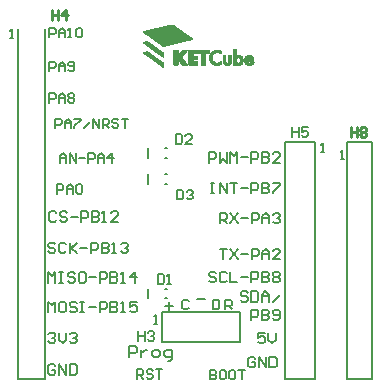
<source format=gto>
G04*
G04 #@! TF.GenerationSoftware,Altium Limited,Altium Designer,20.2.6 (244)*
G04*
G04 Layer_Color=65535*
%FSLAX25Y25*%
%MOIN*%
G70*
G04*
G04 #@! TF.SameCoordinates,A3B400B8-C857-4583-85C6-9FA4B9C7ABCD*
G04*
G04*
G04 #@! TF.FilePolarity,Positive*
G04*
G01*
G75*
%ADD10C,0.00787*%
%ADD11C,0.00591*%
%ADD12C,0.00800*%
%ADD13C,0.00100*%
%ADD14C,0.00709*%
%ADD15C,0.01000*%
D10*
X47371Y74919D02*
Y78068D01*
X52981Y78068D02*
X53768D01*
X52981Y74919D02*
X53768D01*
X47371Y66319D02*
Y69468D01*
X52981Y69468D02*
X53768D01*
X52981Y66319D02*
X53768D01*
X52981Y28051D02*
X53768D01*
X52981Y31201D02*
X53768D01*
X47371Y28051D02*
Y31201D01*
X80649Y29880D02*
X80058Y30470D01*
X78878D01*
X78287Y29880D01*
Y29289D01*
X78878Y28699D01*
X80058D01*
X80649Y28109D01*
Y27518D01*
X80058Y26928D01*
X78878D01*
X78287Y27518D01*
X81830Y30470D02*
Y26928D01*
X83601D01*
X84191Y27518D01*
Y29880D01*
X83601Y30470D01*
X81830D01*
X85372Y26928D02*
Y29289D01*
X86552Y30470D01*
X87733Y29289D01*
Y26928D01*
Y28699D01*
X85372D01*
X88914Y26928D02*
X91275Y29289D01*
X81830Y20787D02*
Y24330D01*
X83601D01*
X84191Y23739D01*
Y22558D01*
X83601Y21968D01*
X81830D01*
X85372Y24330D02*
Y20787D01*
X87143D01*
X87733Y21378D01*
Y21968D01*
X87143Y22558D01*
X85372D01*
X87143D01*
X87733Y23149D01*
Y23739D01*
X87143Y24330D01*
X85372D01*
X88914Y21378D02*
X89504Y20787D01*
X90685D01*
X91275Y21378D01*
Y23739D01*
X90685Y24330D01*
X89504D01*
X88914Y23739D01*
Y23149D01*
X89504Y22558D01*
X91275D01*
X16535Y84842D02*
Y87991D01*
X18110D01*
X18634Y87466D01*
Y86417D01*
X18110Y85892D01*
X16535D01*
X19684Y84842D02*
Y86942D01*
X20733Y87991D01*
X21783Y86942D01*
Y84842D01*
Y86417D01*
X19684D01*
X22833Y87991D02*
X24932D01*
Y87466D01*
X22833Y85367D01*
Y84842D01*
X25981D02*
X28080Y86942D01*
X29130Y84842D02*
Y87991D01*
X31229Y84842D01*
Y87991D01*
X32278Y84842D02*
Y87991D01*
X33853D01*
X34377Y87466D01*
Y86417D01*
X33853Y85892D01*
X32278D01*
X33328D02*
X34377Y84842D01*
X37526Y87466D02*
X37001Y87991D01*
X35952D01*
X35427Y87466D01*
Y86942D01*
X35952Y86417D01*
X37001D01*
X37526Y85892D01*
Y85367D01*
X37001Y84842D01*
X35952D01*
X35427Y85367D01*
X38576Y87991D02*
X40675D01*
X39625D01*
Y84842D01*
X49500Y19426D02*
X50550D01*
X50025D01*
Y22575D01*
X49500Y22050D01*
X73230Y24409D02*
Y27558D01*
X74804D01*
X75329Y27033D01*
Y25984D01*
X74804Y25459D01*
X73230D01*
X74280D02*
X75329Y24409D01*
X69000Y27558D02*
Y24409D01*
X70574D01*
X71099Y24934D01*
Y27033D01*
X70574Y27558D01*
X69000D01*
X60957Y27033D02*
X60433Y27558D01*
X59383D01*
X58858Y27033D01*
Y24934D01*
X59383Y24409D01*
X60433D01*
X60957Y24934D01*
X63779Y27952D02*
X66403D01*
X52981Y25368D02*
X55605D01*
X54293Y26680D02*
Y24056D01*
X41008Y8364D02*
Y12300D01*
X42976D01*
X43632Y11644D01*
Y10332D01*
X42976Y9676D01*
X41008D01*
X44944Y10988D02*
Y8364D01*
Y9676D01*
X45600Y10332D01*
X46255Y10988D01*
X46911D01*
X49535Y8364D02*
X50847D01*
X51503Y9020D01*
Y10332D01*
X50847Y10988D01*
X49535D01*
X48879Y10332D01*
Y9020D01*
X49535Y8364D01*
X54127Y7052D02*
X54783D01*
X55439Y7708D01*
Y10988D01*
X53471D01*
X52815Y10332D01*
Y9020D01*
X53471Y8364D01*
X55439D01*
X70061Y36352D02*
X69471Y36942D01*
X68290D01*
X67700Y36352D01*
Y35761D01*
X68290Y35171D01*
X69471D01*
X70061Y34581D01*
Y33990D01*
X69471Y33400D01*
X68290D01*
X67700Y33990D01*
X73604Y36352D02*
X73013Y36942D01*
X71833D01*
X71242Y36352D01*
Y33990D01*
X71833Y33400D01*
X73013D01*
X73604Y33990D01*
X74784Y36942D02*
Y33400D01*
X77146D01*
X78326Y35171D02*
X80688D01*
X81869Y33400D02*
Y36942D01*
X83640D01*
X84230Y36352D01*
Y35171D01*
X83640Y34581D01*
X81869D01*
X85411Y36942D02*
Y33400D01*
X87182D01*
X87772Y33990D01*
Y34581D01*
X87182Y35171D01*
X85411D01*
X87182D01*
X87772Y35761D01*
Y36352D01*
X87182Y36942D01*
X85411D01*
X88953Y36352D02*
X89543Y36942D01*
X90724D01*
X91314Y36352D01*
Y35761D01*
X90724Y35171D01*
X91314Y34581D01*
Y33990D01*
X90724Y33400D01*
X89543D01*
X88953Y33990D01*
Y34581D01*
X89543Y35171D01*
X88953Y35761D01*
Y36352D01*
X89543Y35171D02*
X90724D01*
X18110Y73300D02*
Y75399D01*
X19160Y76449D01*
X20209Y75399D01*
Y73300D01*
Y74874D01*
X18110D01*
X21259Y73300D02*
Y76449D01*
X23358Y73300D01*
Y76449D01*
X24407Y74874D02*
X26507D01*
X27556Y73300D02*
Y76449D01*
X29130D01*
X29655Y75924D01*
Y74874D01*
X29130Y74349D01*
X27556D01*
X30705Y73300D02*
Y75399D01*
X31754Y76449D01*
X32804Y75399D01*
Y73300D01*
Y74874D01*
X30705D01*
X35427Y73300D02*
Y76449D01*
X33853Y74874D01*
X35952D01*
X17126Y62992D02*
Y66141D01*
X18700D01*
X19225Y65616D01*
Y64566D01*
X18700Y64042D01*
X17126D01*
X20275Y62992D02*
Y65091D01*
X21324Y66141D01*
X22374Y65091D01*
Y62992D01*
Y64566D01*
X20275D01*
X23423Y65616D02*
X23948Y66141D01*
X24997D01*
X25522Y65616D01*
Y63517D01*
X24997Y62992D01*
X23948D01*
X23423Y63517D01*
Y65616D01*
X14500Y93307D02*
Y96456D01*
X16074D01*
X16599Y95931D01*
Y94881D01*
X16074Y94357D01*
X14500D01*
X17649Y93307D02*
Y95406D01*
X18698Y96456D01*
X19748Y95406D01*
Y93307D01*
Y94881D01*
X17649D01*
X20797Y95931D02*
X21322Y96456D01*
X22372D01*
X22896Y95931D01*
Y95406D01*
X22372Y94881D01*
X22896Y94357D01*
Y93832D01*
X22372Y93307D01*
X21322D01*
X20797Y93832D01*
Y94357D01*
X21322Y94881D01*
X20797Y95406D01*
Y95931D01*
X21322Y94881D02*
X22372D01*
X14500Y103800D02*
Y106949D01*
X16074D01*
X16599Y106424D01*
Y105374D01*
X16074Y104850D01*
X14500D01*
X17649Y103800D02*
Y105899D01*
X18698Y106949D01*
X19748Y105899D01*
Y103800D01*
Y105374D01*
X17649D01*
X20797Y104325D02*
X21322Y103800D01*
X22372D01*
X22896Y104325D01*
Y106424D01*
X22372Y106949D01*
X21322D01*
X20797Y106424D01*
Y105899D01*
X21322Y105374D01*
X22896D01*
X14500Y115000D02*
Y118149D01*
X16074D01*
X16599Y117624D01*
Y116575D01*
X16074Y116050D01*
X14500D01*
X17649Y115000D02*
Y117099D01*
X18698Y118149D01*
X19748Y117099D01*
Y115000D01*
Y116575D01*
X17649D01*
X20797Y115000D02*
X21847D01*
X21322D01*
Y118149D01*
X20797Y117624D01*
X23421D02*
X23946Y118149D01*
X24995D01*
X25520Y117624D01*
Y115525D01*
X24995Y115000D01*
X23946D01*
X23421Y115525D01*
Y117624D01*
X16861Y56452D02*
X16271Y57042D01*
X15090D01*
X14500Y56452D01*
Y54090D01*
X15090Y53500D01*
X16271D01*
X16861Y54090D01*
X20404Y56452D02*
X19813Y57042D01*
X18632D01*
X18042Y56452D01*
Y55861D01*
X18632Y55271D01*
X19813D01*
X20404Y54681D01*
Y54090D01*
X19813Y53500D01*
X18632D01*
X18042Y54090D01*
X21584Y55271D02*
X23946D01*
X25126Y53500D02*
Y57042D01*
X26898D01*
X27488Y56452D01*
Y55271D01*
X26898Y54681D01*
X25126D01*
X28669Y57042D02*
Y53500D01*
X30440D01*
X31030Y54090D01*
Y54681D01*
X30440Y55271D01*
X28669D01*
X30440D01*
X31030Y55861D01*
Y56452D01*
X30440Y57042D01*
X28669D01*
X32211Y53500D02*
X33391D01*
X32801D01*
Y57042D01*
X32211Y56452D01*
X37524Y53500D02*
X35163D01*
X37524Y55861D01*
Y56452D01*
X36934Y57042D01*
X35753D01*
X35163Y56452D01*
X16561Y46052D02*
X15971Y46642D01*
X14790D01*
X14200Y46052D01*
Y45461D01*
X14790Y44871D01*
X15971D01*
X16561Y44281D01*
Y43690D01*
X15971Y43100D01*
X14790D01*
X14200Y43690D01*
X20104Y46052D02*
X19513Y46642D01*
X18332D01*
X17742Y46052D01*
Y43690D01*
X18332Y43100D01*
X19513D01*
X20104Y43690D01*
X21284Y46642D02*
Y43100D01*
Y44281D01*
X23646Y46642D01*
X21875Y44871D01*
X23646Y43100D01*
X24826Y44871D02*
X27188D01*
X28369Y43100D02*
Y46642D01*
X30140D01*
X30730Y46052D01*
Y44871D01*
X30140Y44281D01*
X28369D01*
X31911Y46642D02*
Y43100D01*
X33682D01*
X34272Y43690D01*
Y44281D01*
X33682Y44871D01*
X31911D01*
X33682D01*
X34272Y45461D01*
Y46052D01*
X33682Y46642D01*
X31911D01*
X35453Y43100D02*
X36634D01*
X36043D01*
Y46642D01*
X35453Y46052D01*
X38405D02*
X38995Y46642D01*
X40176D01*
X40766Y46052D01*
Y45461D01*
X40176Y44871D01*
X39586D01*
X40176D01*
X40766Y44281D01*
Y43690D01*
X40176Y43100D01*
X38995D01*
X38405Y43690D01*
X14200Y23400D02*
Y26942D01*
X15381Y25761D01*
X16561Y26942D01*
Y23400D01*
X19513Y26942D02*
X18332D01*
X17742Y26352D01*
Y23990D01*
X18332Y23400D01*
X19513D01*
X20104Y23990D01*
Y26352D01*
X19513Y26942D01*
X23646Y26352D02*
X23055Y26942D01*
X21875D01*
X21284Y26352D01*
Y25761D01*
X21875Y25171D01*
X23055D01*
X23646Y24581D01*
Y23990D01*
X23055Y23400D01*
X21875D01*
X21284Y23990D01*
X24826Y26942D02*
X26007D01*
X25417D01*
Y23400D01*
X24826D01*
X26007D01*
X27778Y25171D02*
X30140D01*
X31320Y23400D02*
Y26942D01*
X33092D01*
X33682Y26352D01*
Y25171D01*
X33092Y24581D01*
X31320D01*
X34863Y26942D02*
Y23400D01*
X36634D01*
X37224Y23990D01*
Y24581D01*
X36634Y25171D01*
X34863D01*
X36634D01*
X37224Y25761D01*
Y26352D01*
X36634Y26942D01*
X34863D01*
X38405Y23400D02*
X39586D01*
X38995D01*
Y26942D01*
X38405Y26352D01*
X43718Y26942D02*
X41357D01*
Y25171D01*
X42537Y25761D01*
X43128D01*
X43718Y25171D01*
Y23990D01*
X43128Y23400D01*
X41947D01*
X41357Y23990D01*
X14200Y33300D02*
Y36842D01*
X15381Y35661D01*
X16561Y36842D01*
Y33300D01*
X17742Y36842D02*
X18923D01*
X18332D01*
Y33300D01*
X17742D01*
X18923D01*
X23055Y36252D02*
X22465Y36842D01*
X21284D01*
X20694Y36252D01*
Y35661D01*
X21284Y35071D01*
X22465D01*
X23055Y34481D01*
Y33890D01*
X22465Y33300D01*
X21284D01*
X20694Y33890D01*
X26007Y36842D02*
X24826D01*
X24236Y36252D01*
Y33890D01*
X24826Y33300D01*
X26007D01*
X26598Y33890D01*
Y36252D01*
X26007Y36842D01*
X27778Y35071D02*
X30140D01*
X31320Y33300D02*
Y36842D01*
X33092D01*
X33682Y36252D01*
Y35071D01*
X33092Y34481D01*
X31320D01*
X34863Y36842D02*
Y33300D01*
X36634D01*
X37224Y33890D01*
Y34481D01*
X36634Y35071D01*
X34863D01*
X36634D01*
X37224Y35661D01*
Y36252D01*
X36634Y36842D01*
X34863D01*
X38405Y33300D02*
X39586D01*
X38995D01*
Y36842D01*
X38405Y36252D01*
X43128Y33300D02*
Y36842D01*
X41357Y35071D01*
X43718D01*
X68290Y66543D02*
X69471D01*
X68881D01*
Y63001D01*
X68290D01*
X69471D01*
X71242D02*
Y66543D01*
X73604Y63001D01*
Y66543D01*
X74784D02*
X77146D01*
X75965D01*
Y63001D01*
X78326Y64772D02*
X80688D01*
X81869Y63001D02*
Y66543D01*
X83640D01*
X84230Y65953D01*
Y64772D01*
X83640Y64182D01*
X81869D01*
X85411Y66543D02*
Y63001D01*
X87182D01*
X87772Y63591D01*
Y64182D01*
X87182Y64772D01*
X85411D01*
X87182D01*
X87772Y65362D01*
Y65953D01*
X87182Y66543D01*
X85411D01*
X88953D02*
X91314D01*
Y65953D01*
X88953Y63591D01*
Y63001D01*
X67700Y73300D02*
Y76842D01*
X69471D01*
X70061Y76252D01*
Y75071D01*
X69471Y74481D01*
X67700D01*
X71242Y76842D02*
Y73300D01*
X72423Y74481D01*
X73604Y73300D01*
Y76842D01*
X74784Y73300D02*
Y76842D01*
X75965Y75661D01*
X77146Y76842D01*
Y73300D01*
X78326Y75071D02*
X80688D01*
X81869Y73300D02*
Y76842D01*
X83640D01*
X84230Y76252D01*
Y75071D01*
X83640Y74481D01*
X81869D01*
X85411Y76842D02*
Y73300D01*
X87182D01*
X87772Y73890D01*
Y74481D01*
X87182Y75071D01*
X85411D01*
X87182D01*
X87772Y75661D01*
Y76252D01*
X87182Y76842D01*
X85411D01*
X91314Y73300D02*
X88953D01*
X91314Y75661D01*
Y76252D01*
X90724Y76842D01*
X89543D01*
X88953Y76252D01*
X71342Y53000D02*
Y56542D01*
X73113D01*
X73704Y55952D01*
Y54771D01*
X73113Y54181D01*
X71342D01*
X72523D02*
X73704Y53000D01*
X74884Y56542D02*
X77246Y53000D01*
Y56542D02*
X74884Y53000D01*
X78426Y54771D02*
X80788D01*
X81969Y53000D02*
Y56542D01*
X83740D01*
X84330Y55952D01*
Y54771D01*
X83740Y54181D01*
X81969D01*
X85511Y53000D02*
Y55361D01*
X86691Y56542D01*
X87872Y55361D01*
Y53000D01*
Y54771D01*
X85511D01*
X89053Y55952D02*
X89643Y56542D01*
X90824D01*
X91414Y55952D01*
Y55361D01*
X90824Y54771D01*
X90234D01*
X90824D01*
X91414Y54181D01*
Y53590D01*
X90824Y53000D01*
X89643D01*
X89053Y53590D01*
X71342Y44585D02*
X73704D01*
X72523D01*
Y41043D01*
X74884Y44585D02*
X77246Y41043D01*
Y44585D02*
X74884Y41043D01*
X78426Y42814D02*
X80788D01*
X81969Y41043D02*
Y44585D01*
X83740D01*
X84330Y43995D01*
Y42814D01*
X83740Y42224D01*
X81969D01*
X85511Y41043D02*
Y43405D01*
X86691Y44585D01*
X87872Y43405D01*
Y41043D01*
Y42814D01*
X85511D01*
X91414Y41043D02*
X89053D01*
X91414Y43405D01*
Y43995D01*
X90824Y44585D01*
X89643D01*
X89053Y43995D01*
X83167Y7952D02*
X82576Y8542D01*
X81396D01*
X80805Y7952D01*
Y5590D01*
X81396Y5000D01*
X82576D01*
X83167Y5590D01*
Y6771D01*
X81986D01*
X84347Y5000D02*
Y8542D01*
X86709Y5000D01*
Y8542D01*
X87889D02*
Y5000D01*
X89661D01*
X90251Y5590D01*
Y7952D01*
X89661Y8542D01*
X87889D01*
X14200Y16052D02*
X14790Y16642D01*
X15971D01*
X16561Y16052D01*
Y15461D01*
X15971Y14871D01*
X15381D01*
X15971D01*
X16561Y14281D01*
Y13690D01*
X15971Y13100D01*
X14790D01*
X14200Y13690D01*
X17742Y16642D02*
Y14281D01*
X18923Y13100D01*
X20104Y14281D01*
Y16642D01*
X21284Y16052D02*
X21875Y16642D01*
X23055D01*
X23646Y16052D01*
Y15461D01*
X23055Y14871D01*
X22465D01*
X23055D01*
X23646Y14281D01*
Y13690D01*
X23055Y13100D01*
X21875D01*
X21284Y13690D01*
X16561Y5452D02*
X15971Y6042D01*
X14790D01*
X14200Y5452D01*
Y3090D01*
X14790Y2500D01*
X15971D01*
X16561Y3090D01*
Y4271D01*
X15381D01*
X17742Y2500D02*
Y6042D01*
X20104Y2500D01*
Y6042D01*
X21284D02*
Y2500D01*
X23055D01*
X23646Y3090D01*
Y5452D01*
X23055Y6042D01*
X21284D01*
X86361Y16542D02*
X84000D01*
Y14771D01*
X85181Y15361D01*
X85771D01*
X86361Y14771D01*
Y13590D01*
X85771Y13000D01*
X84590D01*
X84000Y13590D01*
X87542Y16542D02*
Y14181D01*
X88723Y13000D01*
X89904Y14181D01*
Y16542D01*
X95500Y85038D02*
Y81890D01*
Y83464D01*
X97599D01*
Y85038D01*
Y81890D01*
X100748Y85038D02*
X98649D01*
Y83464D01*
X99698Y83989D01*
X100223D01*
X100748Y83464D01*
Y82415D01*
X100223Y81890D01*
X99173D01*
X98649Y82415D01*
X44221Y17067D02*
Y13918D01*
Y15493D01*
X46320D01*
Y17067D01*
Y13918D01*
X47370Y16542D02*
X47894Y17067D01*
X48944D01*
X49469Y16542D01*
Y16017D01*
X48944Y15493D01*
X48419D01*
X48944D01*
X49469Y14968D01*
Y14443D01*
X48944Y13918D01*
X47894D01*
X47370Y14443D01*
X57087Y64172D02*
Y61024D01*
X58661D01*
X59186Y61548D01*
Y63648D01*
X58661Y64172D01*
X57087D01*
X60235Y63648D02*
X60760Y64172D01*
X61809D01*
X62334Y63648D01*
Y63123D01*
X61809Y62598D01*
X61285D01*
X61809D01*
X62334Y62073D01*
Y61548D01*
X61809Y61024D01*
X60760D01*
X60235Y61548D01*
X56693Y82676D02*
Y79528D01*
X58267D01*
X58792Y80052D01*
Y82151D01*
X58267Y82676D01*
X56693D01*
X61941Y79528D02*
X59842D01*
X61941Y81627D01*
Y82151D01*
X61416Y82676D01*
X60366D01*
X59842Y82151D01*
X50725Y36075D02*
Y32926D01*
X52299D01*
X52824Y33451D01*
Y35550D01*
X52299Y36075D01*
X50725D01*
X53874Y32926D02*
X54923D01*
X54398D01*
Y36075D01*
X53874Y35550D01*
D11*
X51900Y13543D02*
Y23400D01*
Y13543D02*
X78000D01*
X51900Y23400D02*
X78000D01*
Y13543D02*
Y23400D01*
D12*
X102992Y1000D02*
Y80000D01*
X92992Y80000D02*
X102992Y80000D01*
X92992Y1000D02*
X102992D01*
X92992D02*
Y80000D01*
X12992Y1000D02*
Y117700D01*
X3937Y1000D02*
Y117700D01*
Y1000D02*
X12992D01*
X113779D02*
X121966D01*
X113779D02*
Y80000D01*
X121966Y1000D02*
Y80000D01*
X113779Y80000D02*
X121966Y80000D01*
X105100Y76772D02*
X106100D01*
X105600D01*
Y79771D01*
X105100Y79271D01*
X1500Y114700D02*
X2500D01*
X2000D01*
Y117699D01*
X1500Y117199D01*
X111723Y74382D02*
X112723D01*
X112223D01*
Y77381D01*
X111723Y76881D01*
D13*
X54767Y119300D02*
X55567D01*
X54467Y119200D02*
X55667D01*
X54167Y119100D02*
X55767D01*
X53567Y119000D02*
X55967D01*
X53267Y118900D02*
X56067D01*
X52667Y118800D02*
X56267D01*
X52267Y118700D02*
X56367D01*
X52067Y118600D02*
X56467D01*
X51467Y118500D02*
X56667D01*
X51067Y118400D02*
X56767D01*
X50567Y118300D02*
X56967D01*
X50167Y118200D02*
X57067D01*
X49867Y118100D02*
X57267D01*
X49367Y118000D02*
X57367D01*
X48967Y117900D02*
X57567D01*
X48667Y117800D02*
X57567D01*
X48067Y117700D02*
X57767D01*
X47767Y117600D02*
X57967D01*
X47267Y117500D02*
X58067D01*
X46867Y117400D02*
X58267D01*
X46567Y117300D02*
X58367D01*
X45967Y117200D02*
X58567D01*
X45667Y117100D02*
X58567D01*
X45667Y117000D02*
X58767D01*
X45667Y116900D02*
X58867D01*
X45767Y116800D02*
X59067D01*
X45967Y116700D02*
X59167D01*
X46167Y116600D02*
X59367D01*
X46267Y116500D02*
X59467D01*
X46367Y116400D02*
X59667D01*
X46467Y116300D02*
X59767D01*
X46667Y116200D02*
X59867D01*
X46767Y116100D02*
X60067D01*
X46967Y116000D02*
X60167D01*
X47067Y115900D02*
X60367D01*
X47267Y115800D02*
X60467D01*
X47367Y115700D02*
X60567D01*
X47567Y115600D02*
X60767D01*
X47667Y115500D02*
X60867D01*
X47767Y115400D02*
X60967D01*
X47967Y115300D02*
X61167D01*
X48067Y115200D02*
X61267D01*
X48267Y115100D02*
X61467D01*
X48367Y115000D02*
X61567D01*
X48467Y114900D02*
X61667D01*
X48667Y114800D02*
X61867D01*
X48767Y114700D02*
X61967D01*
X48967Y114600D02*
X62067D01*
X49067Y114500D02*
X62067D01*
X49167Y114400D02*
X61867D01*
X49367Y114300D02*
X61367D01*
X49467Y114200D02*
X60967D01*
X49567Y114100D02*
X60567D01*
X49767Y114000D02*
X60167D01*
X49867Y113900D02*
X59767D01*
X46767Y113800D02*
X46967D01*
X50067D02*
X59267D01*
X46467Y113700D02*
X47167D01*
X50167D02*
X58867D01*
X46167Y113600D02*
X47267D01*
X50267D02*
X58467D01*
X45667Y113500D02*
X47467D01*
X50467D02*
X58067D01*
X45667Y113400D02*
X47567D01*
X50567D02*
X57667D01*
X45667Y113300D02*
X47667D01*
X50767D02*
X57167D01*
X45867Y113200D02*
X47767D01*
X50867D02*
X56767D01*
X45967Y113100D02*
X47967D01*
X50967D02*
X56367D01*
X46167Y113000D02*
X48167D01*
X51167D02*
X55967D01*
X46267Y112900D02*
X48267D01*
X51267D02*
X55567D01*
X46367Y112800D02*
X48367D01*
X51367D02*
X55167D01*
X46567Y112700D02*
X48567D01*
X51567D02*
X54667D01*
X46667Y112600D02*
X48667D01*
X51667D02*
X54267D01*
X46867Y112500D02*
X48767D01*
X51867D02*
X53867D01*
X46967Y112400D02*
X48967D01*
X51967D02*
X53467D01*
X47067Y112300D02*
X49067D01*
X52067D02*
X53067D01*
X47267Y112200D02*
X49267D01*
X52267D02*
X52567D01*
X47367Y112100D02*
X49367D01*
X47467Y112000D02*
X49467D01*
X47667Y111900D02*
X49667D01*
X47767Y111800D02*
X49767D01*
X47967Y111700D02*
X49967D01*
X48067Y111600D02*
X50067D01*
X48167Y111500D02*
X50167D01*
X48367Y111400D02*
X50367D01*
X48467Y111300D02*
X50467D01*
X48567Y111200D02*
X50567D01*
X75767D02*
X76567D01*
X48767Y111100D02*
X50767D01*
X75767D02*
X76567D01*
X48867Y111000D02*
X50867D01*
X75767D02*
X76567D01*
X49067Y110900D02*
X51067D01*
X69767D02*
X70867D01*
X75767D02*
X76567D01*
X49167Y110800D02*
X51167D01*
X55867D02*
X57267D01*
X58567D02*
X60267D01*
X60867D02*
X63767D01*
X64067D02*
X67567D01*
X69467D02*
X71167D01*
X75767D02*
X76567D01*
X49267Y110700D02*
X51267D01*
X55867D02*
X57267D01*
X58567D02*
X60267D01*
X60867D02*
X63767D01*
X64067D02*
X67567D01*
X69267D02*
X71367D01*
X75767D02*
X76567D01*
X49467Y110600D02*
X51467D01*
X55867D02*
X57267D01*
X58467D02*
X60167D01*
X60867D02*
X63767D01*
X64067D02*
X67567D01*
X68967D02*
X71667D01*
X75767D02*
X76567D01*
X49567Y110500D02*
X51567D01*
X55867D02*
X57267D01*
X58367D02*
X60167D01*
X60867D02*
X63767D01*
X64067D02*
X67567D01*
X68867D02*
X71667D01*
X75767D02*
X76567D01*
X46767Y110400D02*
X46967D01*
X49767D02*
X51767D01*
X55867D02*
X57267D01*
X58367D02*
X60067D01*
X60867D02*
X63767D01*
X64067D02*
X67567D01*
X68767D02*
X71667D01*
X75767D02*
X76567D01*
X46267Y110300D02*
X47267D01*
X49867D02*
X51967D01*
X55867D02*
X57267D01*
X58167D02*
X59967D01*
X60867D02*
X63767D01*
X64067D02*
X67567D01*
X68667D02*
X71667D01*
X75767D02*
X76567D01*
X45967Y110200D02*
X47267D01*
X49967D02*
X51967D01*
X55867D02*
X57267D01*
X58167D02*
X59867D01*
X60867D02*
X63767D01*
X64067D02*
X67567D01*
X68567D02*
X71667D01*
X75767D02*
X76567D01*
X45667Y110100D02*
X47467D01*
X50167D02*
X52267D01*
X55867D02*
X57267D01*
X58067D02*
X59767D01*
X60867D02*
X63767D01*
X64067D02*
X67567D01*
X68367D02*
X71667D01*
X75767D02*
X76567D01*
X45667Y110000D02*
X47567D01*
X50267D02*
X52267D01*
X55867D02*
X57267D01*
X57967D02*
X59667D01*
X60867D02*
X63767D01*
X64067D02*
X67567D01*
X68367D02*
X69867D01*
X70767D02*
X71667D01*
X75767D02*
X76567D01*
X45767Y109900D02*
X47767D01*
X50467D02*
X52467D01*
X55867D02*
X57267D01*
X57867D02*
X59667D01*
X60867D02*
X63767D01*
X64067D02*
X67567D01*
X68267D02*
X69567D01*
X70967D02*
X71667D01*
X75767D02*
X76567D01*
X45967Y109800D02*
X47867D01*
X50567D02*
X52467D01*
X55867D02*
X57267D01*
X57867D02*
X59567D01*
X60867D02*
X63767D01*
X64067D02*
X67567D01*
X68167D02*
X69367D01*
X71267D02*
X71667D01*
X75767D02*
X76567D01*
X45967Y109700D02*
X48067D01*
X50667D02*
X52467D01*
X55867D02*
X57267D01*
X57767D02*
X59467D01*
X60867D02*
X63767D01*
X64067D02*
X67567D01*
X68067D02*
X69267D01*
X71367D02*
X71667D01*
X75767D02*
X76567D01*
X46167Y109600D02*
X48167D01*
X50867D02*
X52467D01*
X55867D02*
X57267D01*
X57667D02*
X59367D01*
X60867D02*
X62267D01*
X65067D02*
X66467D01*
X68067D02*
X69167D01*
X75767D02*
X76567D01*
X46367Y109500D02*
X48267D01*
X50967D02*
X52467D01*
X55867D02*
X57267D01*
X57567D02*
X59267D01*
X60867D02*
X62267D01*
X65067D02*
X66467D01*
X67967D02*
X69067D01*
X75767D02*
X76567D01*
X46467Y109400D02*
X48467D01*
X51167D02*
X52467D01*
X55867D02*
X57267D01*
X57567D02*
X59167D01*
X60867D02*
X62267D01*
X65067D02*
X66467D01*
X67967D02*
X68967D01*
X75767D02*
X76567D01*
X46667Y109300D02*
X48567D01*
X51267D02*
X52467D01*
X55867D02*
X57267D01*
X57467D02*
X59167D01*
X60867D02*
X62267D01*
X65067D02*
X66467D01*
X67867D02*
X68867D01*
X75767D02*
X76567D01*
X46767Y109200D02*
X48767D01*
X51467D02*
X52467D01*
X55867D02*
X57267D01*
X57367D02*
X59067D01*
X60867D02*
X62267D01*
X65067D02*
X66467D01*
X67867D02*
X68867D01*
X75767D02*
X76567D01*
X46867Y109100D02*
X48867D01*
X51567D02*
X52467D01*
X55867D02*
X58967D01*
X60867D02*
X62267D01*
X65067D02*
X66467D01*
X67867D02*
X68767D01*
X75767D02*
X76567D01*
X77267D02*
X77767D01*
X80767D02*
X81267D01*
X47067Y109000D02*
X49067D01*
X51767D02*
X52467D01*
X55867D02*
X58867D01*
X60867D02*
X62267D01*
X65067D02*
X66467D01*
X67867D02*
X68767D01*
X72267D02*
X73167D01*
X74167D02*
X75067D01*
X75767D02*
X76567D01*
X76867D02*
X78167D01*
X80267D02*
X81767D01*
X47167Y108900D02*
X49067D01*
X51767D02*
X52467D01*
X55867D02*
X58867D01*
X60867D02*
X63667D01*
X65067D02*
X66467D01*
X67867D02*
X68667D01*
X72267D02*
X73167D01*
X74167D02*
X75067D01*
X75767D02*
X76567D01*
X76767D02*
X78367D01*
X80067D02*
X81867D01*
X47267Y108800D02*
X49367D01*
X51967D02*
X52467D01*
X55867D02*
X58667D01*
X60867D02*
X63667D01*
X65067D02*
X66467D01*
X67767D02*
X68667D01*
X72267D02*
X73167D01*
X74167D02*
X75067D01*
X75767D02*
X78467D01*
X79967D02*
X82067D01*
X47467Y108700D02*
X49467D01*
X52167D02*
X52467D01*
X55867D02*
X58567D01*
X60867D02*
X63667D01*
X65067D02*
X66467D01*
X67767D02*
X68667D01*
X72267D02*
X73167D01*
X74167D02*
X75067D01*
X75767D02*
X78567D01*
X79867D02*
X82067D01*
X47567Y108600D02*
X49567D01*
X52267D02*
X52467D01*
X55867D02*
X58567D01*
X60867D02*
X63667D01*
X65067D02*
X66467D01*
X67767D02*
X68667D01*
X72267D02*
X73167D01*
X74167D02*
X75067D01*
X75767D02*
X78667D01*
X79767D02*
X82167D01*
X47767Y108500D02*
X49767D01*
X55867D02*
X58467D01*
X60867D02*
X63667D01*
X65067D02*
X66467D01*
X67767D02*
X68667D01*
X72267D02*
X73167D01*
X74167D02*
X75067D01*
X75767D02*
X78767D01*
X79667D02*
X82267D01*
X47867Y108400D02*
X49867D01*
X55867D02*
X58567D01*
X60867D02*
X63667D01*
X65067D02*
X66467D01*
X67767D02*
X68667D01*
X72267D02*
X73167D01*
X74167D02*
X75067D01*
X75767D02*
X78767D01*
X79667D02*
X82367D01*
X47967Y108300D02*
X49967D01*
X55867D02*
X58567D01*
X60867D02*
X63667D01*
X65067D02*
X66467D01*
X67767D02*
X68667D01*
X72267D02*
X73167D01*
X74167D02*
X75067D01*
X75767D02*
X77167D01*
X77567D02*
X78867D01*
X79567D02*
X80767D01*
X81167D02*
X82367D01*
X48167Y108200D02*
X50167D01*
X55867D02*
X58667D01*
X60867D02*
X63667D01*
X65067D02*
X66467D01*
X67767D02*
X68667D01*
X72267D02*
X73167D01*
X74167D02*
X75067D01*
X75767D02*
X76867D01*
X77767D02*
X78867D01*
X79567D02*
X80567D01*
X81467D02*
X82367D01*
X48267Y108100D02*
X50267D01*
X55867D02*
X58767D01*
X60867D02*
X63667D01*
X65067D02*
X66467D01*
X67767D02*
X68667D01*
X72267D02*
X73167D01*
X74167D02*
X75067D01*
X75767D02*
X76767D01*
X77867D02*
X78867D01*
X79567D02*
X80467D01*
X81567D02*
X82367D01*
X48467Y108000D02*
X50467D01*
X55867D02*
X58867D01*
X60867D02*
X63667D01*
X65067D02*
X66467D01*
X67767D02*
X68667D01*
X72267D02*
X73167D01*
X74167D02*
X75067D01*
X75767D02*
X76767D01*
X77967D02*
X78867D01*
X79467D02*
X80467D01*
X81567D02*
X82467D01*
X48567Y107900D02*
X50567D01*
X55867D02*
X58867D01*
X60867D02*
X63667D01*
X65067D02*
X66467D01*
X67767D02*
X68667D01*
X72267D02*
X73167D01*
X74167D02*
X75067D01*
X75767D02*
X76667D01*
X78067D02*
X78967D01*
X79467D02*
X82467D01*
X48667Y107800D02*
X50667D01*
X55867D02*
X58967D01*
X60867D02*
X63667D01*
X65067D02*
X66467D01*
X67867D02*
X68667D01*
X72267D02*
X73167D01*
X74167D02*
X75067D01*
X75767D02*
X76667D01*
X78067D02*
X78967D01*
X79467D02*
X82467D01*
X48867Y107700D02*
X50867D01*
X55867D02*
X59067D01*
X60867D02*
X62267D01*
X65067D02*
X66467D01*
X67867D02*
X68767D01*
X72267D02*
X73167D01*
X74167D02*
X75067D01*
X75767D02*
X76567D01*
X78067D02*
X78967D01*
X79467D02*
X82467D01*
X48967Y107600D02*
X50967D01*
X55867D02*
X57267D01*
X57367D02*
X59167D01*
X60867D02*
X62267D01*
X65067D02*
X66467D01*
X67867D02*
X68767D01*
X72267D02*
X73167D01*
X74167D02*
X75067D01*
X75767D02*
X76567D01*
X78067D02*
X78967D01*
X79467D02*
X82467D01*
X49067Y107500D02*
X51067D01*
X55867D02*
X57267D01*
X57467D02*
X59267D01*
X60867D02*
X62267D01*
X65067D02*
X66467D01*
X67867D02*
X68867D01*
X72267D02*
X73167D01*
X74167D02*
X75067D01*
X75767D02*
X76567D01*
X78067D02*
X78967D01*
X79467D02*
X82467D01*
X49267Y107400D02*
X51267D01*
X55867D02*
X57267D01*
X57567D02*
X59367D01*
X60867D02*
X62267D01*
X65067D02*
X66467D01*
X67867D02*
X68867D01*
X72267D02*
X73167D01*
X74167D02*
X75067D01*
X75767D02*
X76567D01*
X78067D02*
X78967D01*
X79467D02*
X82467D01*
X49367Y107300D02*
X51367D01*
X55867D02*
X57267D01*
X57567D02*
X59367D01*
X60867D02*
X62267D01*
X65067D02*
X66467D01*
X67967D02*
X68967D01*
X72267D02*
X73167D01*
X74167D02*
X75067D01*
X75767D02*
X76567D01*
X78067D02*
X78967D01*
X79467D02*
X82467D01*
X49567Y107200D02*
X51567D01*
X55867D02*
X57267D01*
X57767D02*
X59467D01*
X60867D02*
X62267D01*
X65067D02*
X66467D01*
X67967D02*
X69067D01*
X72267D02*
X73167D01*
X74167D02*
X75067D01*
X75767D02*
X76567D01*
X78067D02*
X78967D01*
X79467D02*
X80367D01*
X49667Y107100D02*
X51667D01*
X55867D02*
X57267D01*
X57767D02*
X59567D01*
X60867D02*
X62267D01*
X65067D02*
X66467D01*
X68067D02*
X69167D01*
X71467D02*
X71667D01*
X72267D02*
X73167D01*
X74167D02*
X75067D01*
X75767D02*
X76667D01*
X78067D02*
X78967D01*
X79467D02*
X80367D01*
X81767D02*
X82067D01*
X49767Y107000D02*
X51767D01*
X55867D02*
X57267D01*
X57867D02*
X59667D01*
X60867D02*
X63767D01*
X65067D02*
X66467D01*
X68067D02*
X69267D01*
X71367D02*
X71667D01*
X72267D02*
X73167D01*
X74167D02*
X74967D01*
X75767D02*
X76667D01*
X78067D02*
X78967D01*
X79467D02*
X80467D01*
X81667D02*
X82167D01*
X49967Y106900D02*
X51967D01*
X55867D02*
X57267D01*
X57967D02*
X59767D01*
X60867D02*
X63767D01*
X65067D02*
X66467D01*
X68167D02*
X69367D01*
X71167D02*
X71667D01*
X72267D02*
X73167D01*
X74167D02*
X74967D01*
X75767D02*
X76767D01*
X77967D02*
X78867D01*
X79467D02*
X80467D01*
X81567D02*
X82367D01*
X50067Y106800D02*
X52067D01*
X55867D02*
X57267D01*
X58067D02*
X59867D01*
X60867D02*
X63767D01*
X65067D02*
X66467D01*
X68267D02*
X69567D01*
X70967D02*
X71667D01*
X72267D02*
X73267D01*
X74067D02*
X74967D01*
X75767D02*
X76767D01*
X77867D02*
X78867D01*
X79567D02*
X80467D01*
X81567D02*
X82567D01*
X50267Y106700D02*
X52267D01*
X55867D02*
X57267D01*
X58067D02*
X59867D01*
X60867D02*
X63767D01*
X65067D02*
X66467D01*
X68367D02*
X69867D01*
X70767D02*
X71667D01*
X72367D02*
X73367D01*
X74067D02*
X74967D01*
X75767D02*
X76967D01*
X77767D02*
X78867D01*
X79567D02*
X80667D01*
X81467D02*
X82567D01*
X50367Y106600D02*
X52367D01*
X55867D02*
X57267D01*
X58167D02*
X59967D01*
X60867D02*
X63767D01*
X65067D02*
X66467D01*
X68367D02*
X71667D01*
X72367D02*
X73567D01*
X73767D02*
X74967D01*
X75767D02*
X77267D01*
X77467D02*
X78867D01*
X79667D02*
X80867D01*
X81167D02*
X82467D01*
X50467Y106500D02*
X52467D01*
X55867D02*
X57267D01*
X58267D02*
X60067D01*
X60867D02*
X63767D01*
X65067D02*
X66467D01*
X68467D02*
X71667D01*
X72367D02*
X74967D01*
X75767D02*
X78767D01*
X79667D02*
X82367D01*
X50667Y106400D02*
X52467D01*
X55867D02*
X57267D01*
X58367D02*
X60167D01*
X60867D02*
X63767D01*
X65067D02*
X66467D01*
X68667D02*
X71667D01*
X72467D02*
X74867D01*
X75767D02*
X78667D01*
X79767D02*
X82367D01*
X50767Y106300D02*
X52467D01*
X55867D02*
X57267D01*
X58367D02*
X60267D01*
X60867D02*
X63767D01*
X65067D02*
X66467D01*
X68667D02*
X71667D01*
X72567D02*
X74767D01*
X75767D02*
X78667D01*
X79767D02*
X82267D01*
X50967Y106200D02*
X52467D01*
X55867D02*
X57267D01*
X58467D02*
X60267D01*
X60867D02*
X63767D01*
X65067D02*
X66467D01*
X68867D02*
X71667D01*
X72567D02*
X74767D01*
X75767D02*
X78567D01*
X79867D02*
X82167D01*
X51067Y106100D02*
X52467D01*
X55867D02*
X57267D01*
X58567D02*
X60467D01*
X60867D02*
X63767D01*
X65067D02*
X66467D01*
X69067D02*
X71567D01*
X72767D02*
X74667D01*
X75767D02*
X78367D01*
X80067D02*
X82067D01*
X51267Y106000D02*
X52467D01*
X55867D02*
X57267D01*
X58567D02*
X60467D01*
X60867D02*
X63767D01*
X65067D02*
X66467D01*
X69167D02*
X71367D01*
X72867D02*
X74467D01*
X75767D02*
X76567D01*
X76767D02*
X78267D01*
X80167D02*
X81867D01*
X51367Y105900D02*
X52467D01*
X55967D02*
X57167D01*
X58767D02*
X60367D01*
X60967D02*
X63667D01*
X65167D02*
X66367D01*
X69467D02*
X71067D01*
X73067D02*
X74267D01*
X75867D02*
X76567D01*
X76967D02*
X78067D01*
X80367D02*
X81667D01*
X51467Y105800D02*
X52467D01*
X69967D02*
X70667D01*
X73367D02*
X73967D01*
X77267D02*
X77767D01*
X80667D02*
X81367D01*
X51567Y105700D02*
X52467D01*
X51767Y105600D02*
X52467D01*
X51867Y105500D02*
X52467D01*
X52067Y105400D02*
X52467D01*
X52167Y105300D02*
X52467D01*
D14*
X43757Y1303D02*
Y4451D01*
X45331D01*
X45856Y3926D01*
Y2877D01*
X45331Y2352D01*
X43757D01*
X44807D02*
X45856Y1303D01*
X49005Y3926D02*
X48480Y4451D01*
X47430D01*
X46906Y3926D01*
Y3402D01*
X47430Y2877D01*
X48480D01*
X49005Y2352D01*
Y1827D01*
X48480Y1303D01*
X47430D01*
X46906Y1827D01*
X50054Y4451D02*
X52153D01*
X51104D01*
Y1303D01*
X68087Y4179D02*
Y1030D01*
X69661D01*
X70186Y1555D01*
Y2079D01*
X69661Y2604D01*
X68087D01*
X69661D01*
X70186Y3129D01*
Y3654D01*
X69661Y4179D01*
X68087D01*
X72810D02*
X71760D01*
X71235Y3654D01*
Y1555D01*
X71760Y1030D01*
X72810D01*
X73334Y1555D01*
Y3654D01*
X72810Y4179D01*
X75958D02*
X74909D01*
X74384Y3654D01*
Y1555D01*
X74909Y1030D01*
X75958D01*
X76483Y1555D01*
Y3654D01*
X75958Y4179D01*
X77533D02*
X79632D01*
X78582D01*
Y1030D01*
D15*
X114900Y85038D02*
Y81890D01*
Y83464D01*
X116999D01*
Y85038D01*
Y81890D01*
X118049Y84514D02*
X118573Y85038D01*
X119623D01*
X120148Y84514D01*
Y83989D01*
X119623Y83464D01*
X120148Y82939D01*
Y82415D01*
X119623Y81890D01*
X118573D01*
X118049Y82415D01*
Y82939D01*
X118573Y83464D01*
X118049Y83989D01*
Y84514D01*
X118573Y83464D02*
X119623D01*
X15354Y124015D02*
Y120866D01*
Y122440D01*
X17453D01*
Y124015D01*
Y120866D01*
X20077D02*
Y124015D01*
X18503Y122440D01*
X20602D01*
M02*

</source>
